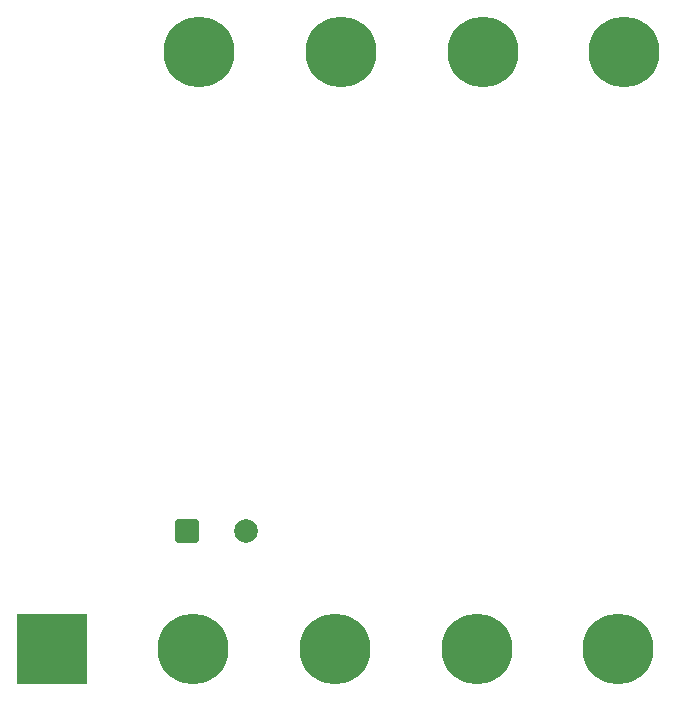
<source format=gbs>
%TF.GenerationSoftware,KiCad,Pcbnew,9.0.4*%
%TF.CreationDate,2025-09-14T16:43:00+08:00*%
%TF.ProjectId,YUV Circuit,59555620-4369-4726-9375-69742e6b6963,rev?*%
%TF.SameCoordinates,Original*%
%TF.FileFunction,Soldermask,Bot*%
%TF.FilePolarity,Negative*%
%FSLAX46Y46*%
G04 Gerber Fmt 4.6, Leading zero omitted, Abs format (unit mm)*
G04 Created by KiCad (PCBNEW 9.0.4) date 2025-09-14 16:43:00*
%MOMM*%
%LPD*%
G01*
G04 APERTURE LIST*
G04 Aperture macros list*
%AMRoundRect*
0 Rectangle with rounded corners*
0 $1 Rounding radius*
0 $2 $3 $4 $5 $6 $7 $8 $9 X,Y pos of 4 corners*
0 Add a 4 corners polygon primitive as box body*
4,1,4,$2,$3,$4,$5,$6,$7,$8,$9,$2,$3,0*
0 Add four circle primitives for the rounded corners*
1,1,$1+$1,$2,$3*
1,1,$1+$1,$4,$5*
1,1,$1+$1,$6,$7*
1,1,$1+$1,$8,$9*
0 Add four rect primitives between the rounded corners*
20,1,$1+$1,$2,$3,$4,$5,0*
20,1,$1+$1,$4,$5,$6,$7,0*
20,1,$1+$1,$6,$7,$8,$9,0*
20,1,$1+$1,$8,$9,$2,$3,0*%
G04 Aperture macros list end*
%ADD10C,6.000000*%
%ADD11RoundRect,0.250002X-2.749998X-2.749998X2.749998X-2.749998X2.749998X2.749998X-2.749998X2.749998X0*%
%ADD12RoundRect,0.250000X-0.750000X-0.750000X0.750000X-0.750000X0.750000X0.750000X-0.750000X0.750000X0*%
%ADD13C,2.000000*%
G04 APERTURE END LIST*
D10*
%TO.C,INPUT*%
X194000000Y-137000000D03*
X182000000Y-137000000D03*
X170000000Y-137000000D03*
X158000000Y-137000000D03*
D11*
X146000000Y-137000000D03*
%TD*%
D10*
%TO.C,OUTPUT*%
X158500000Y-86500000D03*
X170500000Y-86500000D03*
X182500000Y-86500000D03*
X194500000Y-86500000D03*
%TD*%
D12*
%TO.C,C81*%
X157500000Y-127000000D03*
D13*
X162500000Y-127000000D03*
%TD*%
M02*

</source>
